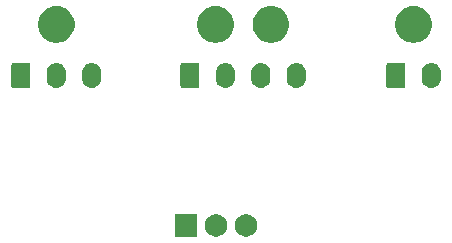
<source format=gbr>
G04 #@! TF.GenerationSoftware,KiCad,Pcbnew,5.1.3-ffb9f22~84~ubuntu18.10.1*
G04 #@! TF.CreationDate,2019-10-10T16:21:08+02:00*
G04 #@! TF.ProjectId,upuaut,75707561-7574-42e6-9b69-6361645f7063,rev?*
G04 #@! TF.SameCoordinates,Original*
G04 #@! TF.FileFunction,Soldermask,Bot*
G04 #@! TF.FilePolarity,Negative*
%FSLAX46Y46*%
G04 Gerber Fmt 4.6, Leading zero omitted, Abs format (unit mm)*
G04 Created by KiCad (PCBNEW 5.1.3-ffb9f22~84~ubuntu18.10.1) date 2019-10-10 16:21:08*
%MOMM*%
%LPD*%
G04 APERTURE LIST*
%ADD10C,0.100000*%
G04 APERTURE END LIST*
D10*
G36*
X122197395Y-62585546D02*
G01*
X122370466Y-62657234D01*
X122370467Y-62657235D01*
X122526227Y-62761310D01*
X122658690Y-62893773D01*
X122658691Y-62893775D01*
X122762766Y-63049534D01*
X122834454Y-63222605D01*
X122871000Y-63406333D01*
X122871000Y-63593667D01*
X122834454Y-63777395D01*
X122762766Y-63950466D01*
X122762765Y-63950467D01*
X122658690Y-64106227D01*
X122526227Y-64238690D01*
X122447818Y-64291081D01*
X122370466Y-64342766D01*
X122197395Y-64414454D01*
X122013667Y-64451000D01*
X121826333Y-64451000D01*
X121642605Y-64414454D01*
X121469534Y-64342766D01*
X121392182Y-64291081D01*
X121313773Y-64238690D01*
X121181310Y-64106227D01*
X121077235Y-63950467D01*
X121077234Y-63950466D01*
X121005546Y-63777395D01*
X120969000Y-63593667D01*
X120969000Y-63406333D01*
X121005546Y-63222605D01*
X121077234Y-63049534D01*
X121181309Y-62893775D01*
X121181310Y-62893773D01*
X121313773Y-62761310D01*
X121469533Y-62657235D01*
X121469534Y-62657234D01*
X121642605Y-62585546D01*
X121826333Y-62549000D01*
X122013667Y-62549000D01*
X122197395Y-62585546D01*
X122197395Y-62585546D01*
G37*
G36*
X124737395Y-62585546D02*
G01*
X124910466Y-62657234D01*
X124910467Y-62657235D01*
X125066227Y-62761310D01*
X125198690Y-62893773D01*
X125198691Y-62893775D01*
X125302766Y-63049534D01*
X125374454Y-63222605D01*
X125411000Y-63406333D01*
X125411000Y-63593667D01*
X125374454Y-63777395D01*
X125302766Y-63950466D01*
X125302765Y-63950467D01*
X125198690Y-64106227D01*
X125066227Y-64238690D01*
X124987818Y-64291081D01*
X124910466Y-64342766D01*
X124737395Y-64414454D01*
X124553667Y-64451000D01*
X124366333Y-64451000D01*
X124182605Y-64414454D01*
X124009534Y-64342766D01*
X123932182Y-64291081D01*
X123853773Y-64238690D01*
X123721310Y-64106227D01*
X123617235Y-63950467D01*
X123617234Y-63950466D01*
X123545546Y-63777395D01*
X123509000Y-63593667D01*
X123509000Y-63406333D01*
X123545546Y-63222605D01*
X123617234Y-63049534D01*
X123721309Y-62893775D01*
X123721310Y-62893773D01*
X123853773Y-62761310D01*
X124009533Y-62657235D01*
X124009534Y-62657234D01*
X124182605Y-62585546D01*
X124366333Y-62549000D01*
X124553667Y-62549000D01*
X124737395Y-62585546D01*
X124737395Y-62585546D01*
G37*
G36*
X120331000Y-64451000D02*
G01*
X118429000Y-64451000D01*
X118429000Y-62549000D01*
X120331000Y-62549000D01*
X120331000Y-64451000D01*
X120331000Y-64451000D01*
G37*
G36*
X108567022Y-49750590D02*
G01*
X108632511Y-49770456D01*
X108718012Y-49796392D01*
X108823193Y-49852613D01*
X108857164Y-49870771D01*
X108979133Y-49970867D01*
X109079229Y-50092835D01*
X109153608Y-50231987D01*
X109168875Y-50282318D01*
X109199410Y-50382977D01*
X109211000Y-50500655D01*
X109211000Y-51099345D01*
X109199410Y-51217023D01*
X109168875Y-51317682D01*
X109153608Y-51368013D01*
X109079229Y-51507165D01*
X108979133Y-51629133D01*
X108857165Y-51729229D01*
X108718013Y-51803608D01*
X108667682Y-51818875D01*
X108567023Y-51849410D01*
X108410000Y-51864875D01*
X108252978Y-51849410D01*
X108152319Y-51818875D01*
X108101988Y-51803608D01*
X107962836Y-51729229D01*
X107840868Y-51629133D01*
X107812035Y-51594000D01*
X107740772Y-51507165D01*
X107703582Y-51437588D01*
X107666392Y-51368013D01*
X107651125Y-51317682D01*
X107620590Y-51217023D01*
X107609000Y-51099345D01*
X107609000Y-50500656D01*
X107620590Y-50382978D01*
X107666392Y-50231989D01*
X107666392Y-50231988D01*
X107740771Y-50092836D01*
X107740772Y-50092835D01*
X107840867Y-49970867D01*
X107962835Y-49870771D01*
X107996806Y-49852613D01*
X108101987Y-49796392D01*
X108187488Y-49770456D01*
X108252977Y-49750590D01*
X108410000Y-49735125D01*
X108567022Y-49750590D01*
X108567022Y-49750590D01*
G37*
G36*
X128887022Y-49750590D02*
G01*
X128952511Y-49770456D01*
X129038012Y-49796392D01*
X129143193Y-49852613D01*
X129177164Y-49870771D01*
X129299133Y-49970867D01*
X129399229Y-50092835D01*
X129473608Y-50231987D01*
X129488875Y-50282318D01*
X129519410Y-50382977D01*
X129531000Y-50500655D01*
X129531000Y-51099345D01*
X129519410Y-51217023D01*
X129488875Y-51317682D01*
X129473608Y-51368013D01*
X129399229Y-51507165D01*
X129299133Y-51629133D01*
X129177165Y-51729229D01*
X129038013Y-51803608D01*
X128987682Y-51818875D01*
X128887023Y-51849410D01*
X128730000Y-51864875D01*
X128572978Y-51849410D01*
X128472319Y-51818875D01*
X128421988Y-51803608D01*
X128282836Y-51729229D01*
X128160868Y-51629133D01*
X128132035Y-51594000D01*
X128060772Y-51507165D01*
X128023582Y-51437588D01*
X127986392Y-51368013D01*
X127971125Y-51317682D01*
X127940590Y-51217023D01*
X127929000Y-51099345D01*
X127929000Y-50500656D01*
X127940590Y-50382978D01*
X127986392Y-50231989D01*
X127986392Y-50231988D01*
X128060771Y-50092836D01*
X128060772Y-50092835D01*
X128160867Y-49970867D01*
X128282835Y-49870771D01*
X128316806Y-49852613D01*
X128421987Y-49796392D01*
X128507488Y-49770456D01*
X128572977Y-49750590D01*
X128730000Y-49735125D01*
X128887022Y-49750590D01*
X128887022Y-49750590D01*
G37*
G36*
X125887022Y-49750590D02*
G01*
X125952511Y-49770456D01*
X126038012Y-49796392D01*
X126143193Y-49852613D01*
X126177164Y-49870771D01*
X126299133Y-49970867D01*
X126399229Y-50092835D01*
X126473608Y-50231987D01*
X126488875Y-50282318D01*
X126519410Y-50382977D01*
X126531000Y-50500655D01*
X126531000Y-51099345D01*
X126519410Y-51217023D01*
X126488875Y-51317682D01*
X126473608Y-51368013D01*
X126399229Y-51507165D01*
X126299133Y-51629133D01*
X126177165Y-51729229D01*
X126038013Y-51803608D01*
X125987682Y-51818875D01*
X125887023Y-51849410D01*
X125730000Y-51864875D01*
X125572978Y-51849410D01*
X125472319Y-51818875D01*
X125421988Y-51803608D01*
X125282836Y-51729229D01*
X125160868Y-51629133D01*
X125132035Y-51594000D01*
X125060772Y-51507165D01*
X125023582Y-51437588D01*
X124986392Y-51368013D01*
X124971125Y-51317682D01*
X124940590Y-51217023D01*
X124929000Y-51099345D01*
X124929000Y-50500656D01*
X124940590Y-50382978D01*
X124986392Y-50231989D01*
X124986392Y-50231988D01*
X125060771Y-50092836D01*
X125060772Y-50092835D01*
X125160867Y-49970867D01*
X125282835Y-49870771D01*
X125316806Y-49852613D01*
X125421987Y-49796392D01*
X125507488Y-49770456D01*
X125572977Y-49750590D01*
X125730000Y-49735125D01*
X125887022Y-49750590D01*
X125887022Y-49750590D01*
G37*
G36*
X122887022Y-49750590D02*
G01*
X122952511Y-49770456D01*
X123038012Y-49796392D01*
X123143193Y-49852613D01*
X123177164Y-49870771D01*
X123299133Y-49970867D01*
X123399229Y-50092835D01*
X123473608Y-50231987D01*
X123488875Y-50282318D01*
X123519410Y-50382977D01*
X123531000Y-50500655D01*
X123531000Y-51099345D01*
X123519410Y-51217023D01*
X123488875Y-51317682D01*
X123473608Y-51368013D01*
X123399229Y-51507165D01*
X123299133Y-51629133D01*
X123177165Y-51729229D01*
X123038013Y-51803608D01*
X122987682Y-51818875D01*
X122887023Y-51849410D01*
X122730000Y-51864875D01*
X122572978Y-51849410D01*
X122472319Y-51818875D01*
X122421988Y-51803608D01*
X122282836Y-51729229D01*
X122160868Y-51629133D01*
X122132035Y-51594000D01*
X122060772Y-51507165D01*
X122023582Y-51437588D01*
X121986392Y-51368013D01*
X121971125Y-51317682D01*
X121940590Y-51217023D01*
X121929000Y-51099345D01*
X121929000Y-50500656D01*
X121940590Y-50382978D01*
X121986392Y-50231989D01*
X121986392Y-50231988D01*
X122060771Y-50092836D01*
X122060772Y-50092835D01*
X122160867Y-49970867D01*
X122282835Y-49870771D01*
X122316806Y-49852613D01*
X122421987Y-49796392D01*
X122507488Y-49770456D01*
X122572977Y-49750590D01*
X122730000Y-49735125D01*
X122887022Y-49750590D01*
X122887022Y-49750590D01*
G37*
G36*
X140317022Y-49750590D02*
G01*
X140382511Y-49770456D01*
X140468012Y-49796392D01*
X140573193Y-49852613D01*
X140607164Y-49870771D01*
X140729133Y-49970867D01*
X140829229Y-50092835D01*
X140903608Y-50231987D01*
X140918875Y-50282318D01*
X140949410Y-50382977D01*
X140961000Y-50500655D01*
X140961000Y-51099345D01*
X140949410Y-51217023D01*
X140918875Y-51317682D01*
X140903608Y-51368013D01*
X140829229Y-51507165D01*
X140729133Y-51629133D01*
X140607165Y-51729229D01*
X140468013Y-51803608D01*
X140417682Y-51818875D01*
X140317023Y-51849410D01*
X140160000Y-51864875D01*
X140002978Y-51849410D01*
X139902319Y-51818875D01*
X139851988Y-51803608D01*
X139712836Y-51729229D01*
X139590868Y-51629133D01*
X139562035Y-51594000D01*
X139490772Y-51507165D01*
X139453582Y-51437588D01*
X139416392Y-51368013D01*
X139401125Y-51317682D01*
X139370590Y-51217023D01*
X139359000Y-51099345D01*
X139359000Y-50500656D01*
X139370590Y-50382978D01*
X139416392Y-50231989D01*
X139416392Y-50231988D01*
X139490771Y-50092836D01*
X139490772Y-50092835D01*
X139590867Y-49970867D01*
X139712835Y-49870771D01*
X139746806Y-49852613D01*
X139851987Y-49796392D01*
X139937488Y-49770456D01*
X140002977Y-49750590D01*
X140160000Y-49735125D01*
X140317022Y-49750590D01*
X140317022Y-49750590D01*
G37*
G36*
X111567022Y-49750590D02*
G01*
X111632511Y-49770456D01*
X111718012Y-49796392D01*
X111823193Y-49852613D01*
X111857164Y-49870771D01*
X111979133Y-49970867D01*
X112079229Y-50092835D01*
X112153608Y-50231987D01*
X112168875Y-50282318D01*
X112199410Y-50382977D01*
X112211000Y-50500655D01*
X112211000Y-51099345D01*
X112199410Y-51217023D01*
X112168875Y-51317682D01*
X112153608Y-51368013D01*
X112079229Y-51507165D01*
X111979133Y-51629133D01*
X111857165Y-51729229D01*
X111718013Y-51803608D01*
X111667682Y-51818875D01*
X111567023Y-51849410D01*
X111410000Y-51864875D01*
X111252978Y-51849410D01*
X111152319Y-51818875D01*
X111101988Y-51803608D01*
X110962836Y-51729229D01*
X110840868Y-51629133D01*
X110812035Y-51594000D01*
X110740772Y-51507165D01*
X110703582Y-51437588D01*
X110666392Y-51368013D01*
X110651125Y-51317682D01*
X110620590Y-51217023D01*
X110609000Y-51099345D01*
X110609000Y-50500656D01*
X110620590Y-50382978D01*
X110666392Y-50231989D01*
X110666392Y-50231988D01*
X110740771Y-50092836D01*
X110740772Y-50092835D01*
X110840867Y-49970867D01*
X110962835Y-49870771D01*
X110996806Y-49852613D01*
X111101987Y-49796392D01*
X111187488Y-49770456D01*
X111252977Y-49750590D01*
X111410000Y-49735125D01*
X111567022Y-49750590D01*
X111567022Y-49750590D01*
G37*
G36*
X106063048Y-49743122D02*
G01*
X106097387Y-49753539D01*
X106129036Y-49770456D01*
X106156778Y-49793222D01*
X106179544Y-49820964D01*
X106196461Y-49852613D01*
X106206878Y-49886952D01*
X106211000Y-49928807D01*
X106211000Y-51671193D01*
X106206878Y-51713048D01*
X106196461Y-51747387D01*
X106179544Y-51779036D01*
X106156778Y-51806778D01*
X106129036Y-51829544D01*
X106097387Y-51846461D01*
X106063048Y-51856878D01*
X106021193Y-51861000D01*
X104798807Y-51861000D01*
X104756952Y-51856878D01*
X104722613Y-51846461D01*
X104690964Y-51829544D01*
X104663222Y-51806778D01*
X104640456Y-51779036D01*
X104623539Y-51747387D01*
X104613122Y-51713048D01*
X104609000Y-51671193D01*
X104609000Y-49928807D01*
X104613122Y-49886952D01*
X104623539Y-49852613D01*
X104640456Y-49820964D01*
X104663222Y-49793222D01*
X104690964Y-49770456D01*
X104722613Y-49753539D01*
X104756952Y-49743122D01*
X104798807Y-49739000D01*
X106021193Y-49739000D01*
X106063048Y-49743122D01*
X106063048Y-49743122D01*
G37*
G36*
X137813048Y-49743122D02*
G01*
X137847387Y-49753539D01*
X137879036Y-49770456D01*
X137906778Y-49793222D01*
X137929544Y-49820964D01*
X137946461Y-49852613D01*
X137956878Y-49886952D01*
X137961000Y-49928807D01*
X137961000Y-51671193D01*
X137956878Y-51713048D01*
X137946461Y-51747387D01*
X137929544Y-51779036D01*
X137906778Y-51806778D01*
X137879036Y-51829544D01*
X137847387Y-51846461D01*
X137813048Y-51856878D01*
X137771193Y-51861000D01*
X136548807Y-51861000D01*
X136506952Y-51856878D01*
X136472613Y-51846461D01*
X136440964Y-51829544D01*
X136413222Y-51806778D01*
X136390456Y-51779036D01*
X136373539Y-51747387D01*
X136363122Y-51713048D01*
X136359000Y-51671193D01*
X136359000Y-49928807D01*
X136363122Y-49886952D01*
X136373539Y-49852613D01*
X136390456Y-49820964D01*
X136413222Y-49793222D01*
X136440964Y-49770456D01*
X136472613Y-49753539D01*
X136506952Y-49743122D01*
X136548807Y-49739000D01*
X137771193Y-49739000D01*
X137813048Y-49743122D01*
X137813048Y-49743122D01*
G37*
G36*
X120383048Y-49743122D02*
G01*
X120417387Y-49753539D01*
X120449036Y-49770456D01*
X120476778Y-49793222D01*
X120499544Y-49820964D01*
X120516461Y-49852613D01*
X120526878Y-49886952D01*
X120531000Y-49928807D01*
X120531000Y-51671193D01*
X120526878Y-51713048D01*
X120516461Y-51747387D01*
X120499544Y-51779036D01*
X120476778Y-51806778D01*
X120449036Y-51829544D01*
X120417387Y-51846461D01*
X120383048Y-51856878D01*
X120341193Y-51861000D01*
X119118807Y-51861000D01*
X119076952Y-51856878D01*
X119042613Y-51846461D01*
X119010964Y-51829544D01*
X118983222Y-51806778D01*
X118960456Y-51779036D01*
X118943539Y-51747387D01*
X118933122Y-51713048D01*
X118929000Y-51671193D01*
X118929000Y-49928807D01*
X118933122Y-49886952D01*
X118943539Y-49852613D01*
X118960456Y-49820964D01*
X118983222Y-49793222D01*
X119010964Y-49770456D01*
X119042613Y-49753539D01*
X119076952Y-49743122D01*
X119118807Y-49739000D01*
X120341193Y-49739000D01*
X120383048Y-49743122D01*
X120383048Y-49743122D01*
G37*
G36*
X122182585Y-44958802D02*
G01*
X122332410Y-44988604D01*
X122614674Y-45105521D01*
X122868705Y-45275259D01*
X123084741Y-45491295D01*
X123254479Y-45745326D01*
X123371396Y-46027590D01*
X123431000Y-46327240D01*
X123431000Y-46632760D01*
X123371396Y-46932410D01*
X123254479Y-47214674D01*
X123084741Y-47468705D01*
X122868705Y-47684741D01*
X122614674Y-47854479D01*
X122332410Y-47971396D01*
X122182585Y-48001198D01*
X122032761Y-48031000D01*
X121727239Y-48031000D01*
X121577415Y-48001198D01*
X121427590Y-47971396D01*
X121145326Y-47854479D01*
X120891295Y-47684741D01*
X120675259Y-47468705D01*
X120505521Y-47214674D01*
X120388604Y-46932410D01*
X120329000Y-46632760D01*
X120329000Y-46327240D01*
X120388604Y-46027590D01*
X120505521Y-45745326D01*
X120675259Y-45491295D01*
X120891295Y-45275259D01*
X121145326Y-45105521D01*
X121427590Y-44988604D01*
X121577415Y-44958802D01*
X121727239Y-44929000D01*
X122032761Y-44929000D01*
X122182585Y-44958802D01*
X122182585Y-44958802D01*
G37*
G36*
X126882585Y-44958802D02*
G01*
X127032410Y-44988604D01*
X127314674Y-45105521D01*
X127568705Y-45275259D01*
X127784741Y-45491295D01*
X127954479Y-45745326D01*
X128071396Y-46027590D01*
X128131000Y-46327240D01*
X128131000Y-46632760D01*
X128071396Y-46932410D01*
X127954479Y-47214674D01*
X127784741Y-47468705D01*
X127568705Y-47684741D01*
X127314674Y-47854479D01*
X127032410Y-47971396D01*
X126882585Y-48001198D01*
X126732761Y-48031000D01*
X126427239Y-48031000D01*
X126277415Y-48001198D01*
X126127590Y-47971396D01*
X125845326Y-47854479D01*
X125591295Y-47684741D01*
X125375259Y-47468705D01*
X125205521Y-47214674D01*
X125088604Y-46932410D01*
X125029000Y-46632760D01*
X125029000Y-46327240D01*
X125088604Y-46027590D01*
X125205521Y-45745326D01*
X125375259Y-45491295D01*
X125591295Y-45275259D01*
X125845326Y-45105521D01*
X126127590Y-44988604D01*
X126277415Y-44958802D01*
X126427239Y-44929000D01*
X126732761Y-44929000D01*
X126882585Y-44958802D01*
X126882585Y-44958802D01*
G37*
G36*
X138962585Y-44958802D02*
G01*
X139112410Y-44988604D01*
X139394674Y-45105521D01*
X139648705Y-45275259D01*
X139864741Y-45491295D01*
X140034479Y-45745326D01*
X140151396Y-46027590D01*
X140211000Y-46327240D01*
X140211000Y-46632760D01*
X140151396Y-46932410D01*
X140034479Y-47214674D01*
X139864741Y-47468705D01*
X139648705Y-47684741D01*
X139394674Y-47854479D01*
X139112410Y-47971396D01*
X138962585Y-48001198D01*
X138812761Y-48031000D01*
X138507239Y-48031000D01*
X138357415Y-48001198D01*
X138207590Y-47971396D01*
X137925326Y-47854479D01*
X137671295Y-47684741D01*
X137455259Y-47468705D01*
X137285521Y-47214674D01*
X137168604Y-46932410D01*
X137109000Y-46632760D01*
X137109000Y-46327240D01*
X137168604Y-46027590D01*
X137285521Y-45745326D01*
X137455259Y-45491295D01*
X137671295Y-45275259D01*
X137925326Y-45105521D01*
X138207590Y-44988604D01*
X138357415Y-44958802D01*
X138507239Y-44929000D01*
X138812761Y-44929000D01*
X138962585Y-44958802D01*
X138962585Y-44958802D01*
G37*
G36*
X108712585Y-44958802D02*
G01*
X108862410Y-44988604D01*
X109144674Y-45105521D01*
X109398705Y-45275259D01*
X109614741Y-45491295D01*
X109784479Y-45745326D01*
X109901396Y-46027590D01*
X109961000Y-46327240D01*
X109961000Y-46632760D01*
X109901396Y-46932410D01*
X109784479Y-47214674D01*
X109614741Y-47468705D01*
X109398705Y-47684741D01*
X109144674Y-47854479D01*
X108862410Y-47971396D01*
X108712585Y-48001198D01*
X108562761Y-48031000D01*
X108257239Y-48031000D01*
X108107415Y-48001198D01*
X107957590Y-47971396D01*
X107675326Y-47854479D01*
X107421295Y-47684741D01*
X107205259Y-47468705D01*
X107035521Y-47214674D01*
X106918604Y-46932410D01*
X106859000Y-46632760D01*
X106859000Y-46327240D01*
X106918604Y-46027590D01*
X107035521Y-45745326D01*
X107205259Y-45491295D01*
X107421295Y-45275259D01*
X107675326Y-45105521D01*
X107957590Y-44988604D01*
X108107415Y-44958802D01*
X108257239Y-44929000D01*
X108562761Y-44929000D01*
X108712585Y-44958802D01*
X108712585Y-44958802D01*
G37*
M02*

</source>
